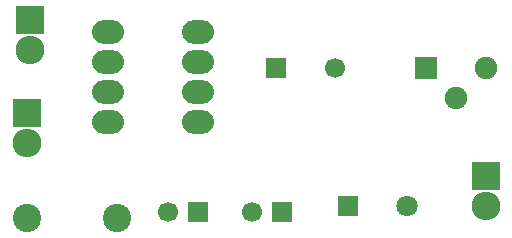
<source format=gbr>
G04 #@! TF.FileFunction,Soldermask,Top*
%FSLAX46Y46*%
G04 Gerber Fmt 4.6, Leading zero omitted, Abs format (unit mm)*
G04 Created by KiCad (PCBNEW 4.0.1-stable) date 08/09/2016 11:32:39 PM*
%MOMM*%
G01*
G04 APERTURE LIST*
%ADD10C,0.100000*%
%ADD11R,2.432000X2.432000*%
%ADD12O,2.432000X2.432000*%
%ADD13R,1.700000X1.700000*%
%ADD14C,1.700000*%
%ADD15R,1.800000X1.800000*%
%ADD16C,1.800000*%
%ADD17O,2.700000X2.000000*%
%ADD18C,2.398980*%
%ADD19C,1.910000*%
%ADD20R,1.910000X1.910000*%
G04 APERTURE END LIST*
D10*
D11*
X113284000Y-82296000D03*
D12*
X113284000Y-84836000D03*
D13*
X127508000Y-98552000D03*
D14*
X125008000Y-98552000D03*
D13*
X134620000Y-98552000D03*
D14*
X132120000Y-98552000D03*
D15*
X140208000Y-98044000D03*
D16*
X145208000Y-98044000D03*
D13*
X134112000Y-86360000D03*
D14*
X139112000Y-86360000D03*
D11*
X113030000Y-90170000D03*
D12*
X113030000Y-92710000D03*
D17*
X119888000Y-83312000D03*
X119888000Y-85852000D03*
X119888000Y-88392000D03*
X119888000Y-90932000D03*
X127508000Y-90932000D03*
X127508000Y-88392000D03*
X127508000Y-85852000D03*
X127508000Y-83312000D03*
D11*
X151892000Y-95504000D03*
D12*
X151892000Y-98044000D03*
D18*
X120650000Y-99060000D03*
X113030000Y-99060000D03*
D19*
X151892000Y-86360000D03*
D20*
X146812000Y-86360000D03*
D19*
X149352000Y-88900000D03*
M02*

</source>
